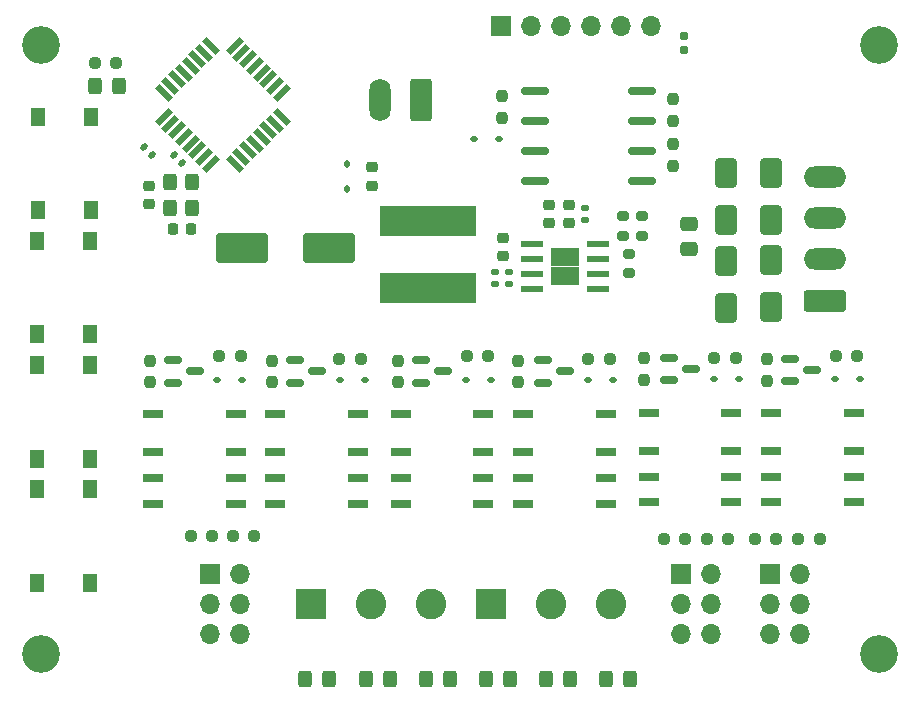
<source format=gbr>
%TF.GenerationSoftware,KiCad,Pcbnew,8.0.2*%
%TF.CreationDate,2024-12-14T13:14:23+01:00*%
%TF.ProjectId,OS-servoDriver_relay,4f532d73-6572-4766-9f44-72697665725f,rev?*%
%TF.SameCoordinates,Original*%
%TF.FileFunction,Soldermask,Top*%
%TF.FilePolarity,Negative*%
%FSLAX46Y46*%
G04 Gerber Fmt 4.6, Leading zero omitted, Abs format (unit mm)*
G04 Created by KiCad (PCBNEW 8.0.2) date 2024-12-14 13:14:23*
%MOMM*%
%LPD*%
G01*
G04 APERTURE LIST*
G04 Aperture macros list*
%AMRoundRect*
0 Rectangle with rounded corners*
0 $1 Rounding radius*
0 $2 $3 $4 $5 $6 $7 $8 $9 X,Y pos of 4 corners*
0 Add a 4 corners polygon primitive as box body*
4,1,4,$2,$3,$4,$5,$6,$7,$8,$9,$2,$3,0*
0 Add four circle primitives for the rounded corners*
1,1,$1+$1,$2,$3*
1,1,$1+$1,$4,$5*
1,1,$1+$1,$6,$7*
1,1,$1+$1,$8,$9*
0 Add four rect primitives between the rounded corners*
20,1,$1+$1,$2,$3,$4,$5,0*
20,1,$1+$1,$4,$5,$6,$7,0*
20,1,$1+$1,$6,$7,$8,$9,0*
20,1,$1+$1,$8,$9,$2,$3,0*%
%AMRotRect*
0 Rectangle, with rotation*
0 The origin of the aperture is its center*
0 $1 length*
0 $2 width*
0 $3 Rotation angle, in degrees counterclockwise*
0 Add horizontal line*
21,1,$1,$2,0,0,$3*%
G04 Aperture macros list end*
%ADD10RoundRect,0.237500X0.237500X-0.250000X0.237500X0.250000X-0.237500X0.250000X-0.237500X-0.250000X0*%
%ADD11RoundRect,0.112500X-0.187500X-0.112500X0.187500X-0.112500X0.187500X0.112500X-0.187500X0.112500X0*%
%ADD12RoundRect,0.225000X0.250000X-0.225000X0.250000X0.225000X-0.250000X0.225000X-0.250000X-0.225000X0*%
%ADD13RoundRect,0.140000X-0.170000X0.140000X-0.170000X-0.140000X0.170000X-0.140000X0.170000X0.140000X0*%
%ADD14RoundRect,0.250000X1.950000X1.000000X-1.950000X1.000000X-1.950000X-1.000000X1.950000X-1.000000X0*%
%ADD15RoundRect,0.250000X0.650000X-1.000000X0.650000X1.000000X-0.650000X1.000000X-0.650000X-1.000000X0*%
%ADD16RoundRect,0.112500X0.187500X0.112500X-0.187500X0.112500X-0.187500X-0.112500X0.187500X-0.112500X0*%
%ADD17R,1.800000X0.800000*%
%ADD18RoundRect,0.250000X-0.650000X1.000000X-0.650000X-1.000000X0.650000X-1.000000X0.650000X1.000000X0*%
%ADD19RoundRect,0.160000X-0.160000X0.197500X-0.160000X-0.197500X0.160000X-0.197500X0.160000X0.197500X0*%
%ADD20RoundRect,0.237500X0.250000X0.237500X-0.250000X0.237500X-0.250000X-0.237500X0.250000X-0.237500X0*%
%ADD21C,3.200000*%
%ADD22R,1.300000X1.550000*%
%ADD23R,1.910000X0.610000*%
%ADD24R,1.205000X1.550000*%
%ADD25R,2.600000X2.600000*%
%ADD26C,2.600000*%
%ADD27RoundRect,0.150000X-0.587500X-0.150000X0.587500X-0.150000X0.587500X0.150000X-0.587500X0.150000X0*%
%ADD28RoundRect,0.112500X-0.112500X0.187500X-0.112500X-0.187500X0.112500X-0.187500X0.112500X0.187500X0*%
%ADD29RoundRect,0.200000X-0.275000X0.200000X-0.275000X-0.200000X0.275000X-0.200000X0.275000X0.200000X0*%
%ADD30RoundRect,0.225000X-0.250000X0.225000X-0.250000X-0.225000X0.250000X-0.225000X0.250000X0.225000X0*%
%ADD31R,1.700000X1.700000*%
%ADD32O,1.700000X1.700000*%
%ADD33R,8.200000X2.600000*%
%ADD34RoundRect,0.162500X-1.012500X-0.162500X1.012500X-0.162500X1.012500X0.162500X-1.012500X0.162500X0*%
%ADD35RoundRect,0.237500X-0.237500X0.250000X-0.237500X-0.250000X0.237500X-0.250000X0.237500X0.250000X0*%
%ADD36RoundRect,0.300000X-0.300000X0.400000X-0.300000X-0.400000X0.300000X-0.400000X0.300000X0.400000X0*%
%ADD37RoundRect,0.140000X0.219203X0.021213X0.021213X0.219203X-0.219203X-0.021213X-0.021213X-0.219203X0*%
%ADD38RoundRect,0.250000X-0.475000X0.337500X-0.475000X-0.337500X0.475000X-0.337500X0.475000X0.337500X0*%
%ADD39RoundRect,0.250000X0.650000X1.550000X-0.650000X1.550000X-0.650000X-1.550000X0.650000X-1.550000X0*%
%ADD40O,1.800000X3.600000*%
%ADD41RotRect,1.600000X0.550000X45.000000*%
%ADD42RotRect,1.600000X0.550000X135.000000*%
%ADD43RoundRect,0.225000X-0.225000X-0.250000X0.225000X-0.250000X0.225000X0.250000X-0.225000X0.250000X0*%
%ADD44RoundRect,0.250000X1.550000X-0.650000X1.550000X0.650000X-1.550000X0.650000X-1.550000X-0.650000X0*%
%ADD45O,3.600000X1.800000*%
%ADD46RoundRect,0.200000X0.275000X-0.200000X0.275000X0.200000X-0.275000X0.200000X-0.275000X-0.200000X0*%
%ADD47RoundRect,0.237500X-0.250000X-0.237500X0.250000X-0.237500X0.250000X0.237500X-0.250000X0.237500X0*%
%ADD48RoundRect,0.250000X0.325000X0.450000X-0.325000X0.450000X-0.325000X-0.450000X0.325000X-0.450000X0*%
G04 APERTURE END LIST*
D10*
%TO.C,R703*%
X183769000Y-134516500D03*
X183769000Y-132691500D03*
%TD*%
D11*
%TO.C,D801*%
X210532000Y-134366000D03*
X212632000Y-134366000D03*
%TD*%
D12*
%TO.C,C901*%
X213614000Y-123838000D03*
X213614000Y-122288000D03*
%TD*%
D13*
%TO.C,C906*%
X220599000Y-119791000D03*
X220599000Y-120751000D03*
%TD*%
D14*
%TO.C,C401*%
X198899000Y-123190000D03*
X191499000Y-123190000D03*
%TD*%
D15*
%TO.C,D1101*%
X236347000Y-120777000D03*
X236347000Y-116777000D03*
%TD*%
D16*
%TO.C,D1001*%
X213267000Y-113919000D03*
X211167000Y-113919000D03*
%TD*%
D12*
%TO.C,C201*%
X183665103Y-119428583D03*
X183665103Y-117878583D03*
%TD*%
D17*
%TO.C,K802*%
X215323646Y-137200000D03*
X215323646Y-140400000D03*
X215323646Y-142600000D03*
X215323646Y-144800000D03*
X222323646Y-144800000D03*
X222323646Y-142600000D03*
X222323646Y-140400000D03*
X222323646Y-137200000D03*
%TD*%
%TO.C,K701*%
X184000000Y-137200000D03*
X184000000Y-140400000D03*
X184000000Y-142600000D03*
X184000000Y-144800000D03*
X191000000Y-144800000D03*
X191000000Y-142600000D03*
X191000000Y-140400000D03*
X191000000Y-137200000D03*
%TD*%
D18*
%TO.C,D1103*%
X236327000Y-124143000D03*
X236327000Y-128143000D03*
%TD*%
D13*
%TO.C,C902*%
X214122000Y-125222000D03*
X214122000Y-126182000D03*
%TD*%
D19*
%TO.C,R202*%
X228981000Y-105193500D03*
X228981000Y-106388500D03*
%TD*%
D10*
%TO.C,R803*%
X204724000Y-134516500D03*
X204724000Y-132691500D03*
%TD*%
D20*
%TO.C,R201*%
X180888000Y-107483000D03*
X179063000Y-107483000D03*
%TD*%
D21*
%TO.C,REF\u002A\u002A*%
X245500000Y-106000000D03*
%TD*%
D22*
%TO.C,SW604*%
X174250000Y-119975000D03*
X174250000Y-112025000D03*
X178750000Y-119975000D03*
X178750000Y-112025000D03*
%TD*%
D23*
%TO.C,U901*%
X216073500Y-122809000D03*
X216073500Y-124079000D03*
X216073500Y-125349000D03*
X216073500Y-126619000D03*
X221633500Y-126619000D03*
X221633500Y-125349000D03*
X221633500Y-124079000D03*
X221633500Y-122809000D03*
D24*
X218251000Y-123939000D03*
X218251000Y-125489000D03*
X219456000Y-123939000D03*
X219456000Y-125489000D03*
%TD*%
D17*
%TO.C,K901*%
X225973646Y-137099000D03*
X225973646Y-140299000D03*
X225973646Y-142499000D03*
X225973646Y-144699000D03*
X232973646Y-144699000D03*
X232973646Y-142499000D03*
X232973646Y-140299000D03*
X232973646Y-137099000D03*
%TD*%
D22*
%TO.C,SW601*%
X174153000Y-151475000D03*
X174153000Y-143525000D03*
X178653000Y-151475000D03*
X178653000Y-143525000D03*
%TD*%
D25*
%TO.C,J103*%
X197358000Y-153289000D03*
D26*
X202438000Y-153289000D03*
X207518000Y-153289000D03*
%TD*%
D27*
%TO.C,Q802*%
X216994500Y-132654000D03*
X216994500Y-134554000D03*
X218869500Y-133604000D03*
%TD*%
D28*
%TO.C,D401*%
X200406000Y-116044000D03*
X200406000Y-118144000D03*
%TD*%
D29*
%TO.C,R901*%
X225425000Y-120460000D03*
X225425000Y-122110000D03*
%TD*%
D30*
%TO.C,C905*%
X217551000Y-119494000D03*
X217551000Y-121044000D03*
%TD*%
D20*
%TO.C,R905*%
X240458000Y-147828000D03*
X238633000Y-147828000D03*
%TD*%
D10*
%TO.C,R704*%
X194056000Y-134516500D03*
X194056000Y-132691500D03*
%TD*%
D31*
%TO.C,J901*%
X236220000Y-150749000D03*
D32*
X238760000Y-150749000D03*
X236220000Y-153289000D03*
X238760000Y-153289000D03*
X236220000Y-155829000D03*
X238760000Y-155829000D03*
%TD*%
D10*
%TO.C,R907*%
X235966000Y-134389500D03*
X235966000Y-132564500D03*
%TD*%
D31*
%TO.C,J701*%
X188849000Y-150749000D03*
D32*
X191389000Y-150749000D03*
X188849000Y-153289000D03*
X191389000Y-153289000D03*
X188849000Y-155829000D03*
X191389000Y-155829000D03*
%TD*%
D33*
%TO.C,L901*%
X207310500Y-126498000D03*
X207310500Y-120898000D03*
%TD*%
D27*
%TO.C,Q901*%
X227711000Y-132466000D03*
X227711000Y-134366000D03*
X229586000Y-133416000D03*
%TD*%
D11*
%TO.C,D701*%
X189450000Y-134366000D03*
X191550000Y-134366000D03*
%TD*%
D34*
%TO.C,U1001*%
X216315657Y-109820343D03*
X216315657Y-112360343D03*
X216315657Y-114900343D03*
X216315657Y-117440343D03*
X225365657Y-117440343D03*
X225365657Y-114900343D03*
X225365657Y-112360343D03*
X225365657Y-109820343D03*
%TD*%
D29*
%TO.C,R902*%
X224282000Y-123635000D03*
X224282000Y-125285000D03*
%TD*%
D21*
%TO.C,REF\u002A\u002A*%
X174500000Y-157500000D03*
%TD*%
D31*
%TO.C,J201*%
X213487000Y-104394000D03*
D32*
X216027000Y-104394000D03*
X218567000Y-104394000D03*
X221107000Y-104394000D03*
X223647000Y-104394000D03*
X226187000Y-104394000D03*
%TD*%
D20*
%TO.C,R802*%
X232711000Y-147828000D03*
X230886000Y-147828000D03*
%TD*%
D11*
%TO.C,D702*%
X199864000Y-134366000D03*
X201964000Y-134366000D03*
%TD*%
D35*
%TO.C,R1001*%
X213517657Y-110281843D03*
X213517657Y-112106843D03*
%TD*%
D17*
%TO.C,K702*%
X194350000Y-137200000D03*
X194350000Y-140400000D03*
X194350000Y-142600000D03*
X194350000Y-144800000D03*
X201350000Y-144800000D03*
X201350000Y-142600000D03*
X201350000Y-140400000D03*
X201350000Y-137200000D03*
%TD*%
D20*
%TO.C,R702*%
X192579000Y-147574000D03*
X190754000Y-147574000D03*
%TD*%
D10*
%TO.C,R906*%
X225600500Y-134328500D03*
X225600500Y-132503500D03*
%TD*%
D36*
%TO.C,Y201*%
X185416103Y-117596583D03*
X185416103Y-119796583D03*
X187316103Y-119796583D03*
X187316103Y-117596583D03*
%TD*%
D37*
%TO.C,C204*%
X183946524Y-115274411D03*
X183267702Y-114595589D03*
%TD*%
D17*
%TO.C,K902*%
X236323646Y-137099000D03*
X236323646Y-140299000D03*
X236323646Y-142499000D03*
X236323646Y-144699000D03*
X243323646Y-144699000D03*
X243323646Y-142499000D03*
X243323646Y-140299000D03*
X243323646Y-137099000D03*
%TD*%
D27*
%TO.C,Q702*%
X196039500Y-132654000D03*
X196039500Y-134554000D03*
X197914500Y-133604000D03*
%TD*%
D22*
%TO.C,SW602*%
X174153000Y-140975000D03*
X174153000Y-133025000D03*
X178653000Y-140975000D03*
X178653000Y-133025000D03*
%TD*%
D13*
%TO.C,C903*%
X212979000Y-125222000D03*
X212979000Y-126182000D03*
%TD*%
D11*
%TO.C,D802*%
X220819000Y-134366000D03*
X222919000Y-134366000D03*
%TD*%
D18*
%TO.C,D1102*%
X232537000Y-116779000D03*
X232537000Y-120779000D03*
%TD*%
D38*
%TO.C,C907*%
X229362000Y-121136500D03*
X229362000Y-123211500D03*
%TD*%
D39*
%TO.C,J102*%
X206700000Y-110628500D03*
D40*
X203200000Y-110628500D03*
%TD*%
D41*
%TO.C,U202*%
X184912000Y-112048888D03*
X185477686Y-112614573D03*
X186043371Y-113180259D03*
X186609056Y-113745944D03*
X187174742Y-114311630D03*
X187740427Y-114877315D03*
X188306113Y-115443000D03*
X188871798Y-116008686D03*
D42*
X190922408Y-116008686D03*
X191488093Y-115443000D03*
X192053779Y-114877315D03*
X192619464Y-114311630D03*
X193185150Y-113745944D03*
X193750835Y-113180259D03*
X194316520Y-112614573D03*
X194882206Y-112048888D03*
D41*
X194882206Y-109998278D03*
X194316520Y-109432593D03*
X193750835Y-108866907D03*
X193185150Y-108301222D03*
X192619464Y-107735536D03*
X192053779Y-107169851D03*
X191488093Y-106604166D03*
X190922408Y-106038480D03*
D42*
X188871798Y-106038480D03*
X188306113Y-106604166D03*
X187740427Y-107169851D03*
X187174742Y-107735536D03*
X186609056Y-108301222D03*
X186043371Y-108866907D03*
X185477686Y-109432593D03*
X184912000Y-109998278D03*
%TD*%
D27*
%TO.C,Q701*%
X185704000Y-132654000D03*
X185704000Y-134554000D03*
X187579000Y-133604000D03*
%TD*%
D43*
%TO.C,C203*%
X185652103Y-121574583D03*
X187202103Y-121574583D03*
%TD*%
D31*
%TO.C,J801*%
X228727000Y-150749000D03*
D32*
X231267000Y-150749000D03*
X228727000Y-153289000D03*
X231267000Y-153289000D03*
X228727000Y-155829000D03*
X231267000Y-155829000D03*
%TD*%
D15*
%TO.C,D1104*%
X232537000Y-128238000D03*
X232537000Y-124238000D03*
%TD*%
D44*
%TO.C,J101*%
X240919000Y-127623000D03*
D45*
X240919000Y-124123000D03*
X240919000Y-120623000D03*
X240919000Y-117123000D03*
%TD*%
D46*
%TO.C,R903*%
X223774000Y-122110000D03*
X223774000Y-120460000D03*
%TD*%
D27*
%TO.C,Q902*%
X237949500Y-132527000D03*
X237949500Y-134427000D03*
X239824500Y-133477000D03*
%TD*%
D47*
%TO.C,R904*%
X234950000Y-147828000D03*
X236775000Y-147828000D03*
%TD*%
D21*
%TO.C,REF\u002A\u002A*%
X245500000Y-157500000D03*
%TD*%
D48*
%TO.C,D201*%
X181111000Y-109474000D03*
X179061000Y-109474000D03*
%TD*%
D47*
%TO.C,R701*%
X187174500Y-147574000D03*
X188999500Y-147574000D03*
%TD*%
D35*
%TO.C,R1003*%
X227995657Y-114345843D03*
X227995657Y-116170843D03*
%TD*%
%TO.C,R1002*%
X227995657Y-110535843D03*
X227995657Y-112360843D03*
%TD*%
D10*
%TO.C,R804*%
X214884000Y-134516500D03*
X214884000Y-132691500D03*
%TD*%
D37*
%TO.C,C202*%
X186427103Y-115986583D03*
X185748281Y-115307761D03*
%TD*%
D11*
%TO.C,D901*%
X231487000Y-134239000D03*
X233587000Y-134239000D03*
%TD*%
D30*
%TO.C,C402*%
X202565000Y-116319000D03*
X202565000Y-117869000D03*
%TD*%
D25*
%TO.C,J104*%
X212598000Y-153289000D03*
D26*
X217678000Y-153289000D03*
X222758000Y-153289000D03*
%TD*%
D47*
%TO.C,R801*%
X227226500Y-147828000D03*
X229051500Y-147828000D03*
%TD*%
D30*
%TO.C,C904*%
X219217000Y-119494000D03*
X219217000Y-121044000D03*
%TD*%
D27*
%TO.C,Q801*%
X206707500Y-132654000D03*
X206707500Y-134554000D03*
X208582500Y-133604000D03*
%TD*%
D17*
%TO.C,K801*%
X204973646Y-137200000D03*
X204973646Y-140400000D03*
X204973646Y-142600000D03*
X204973646Y-144800000D03*
X211973646Y-144800000D03*
X211973646Y-142600000D03*
X211973646Y-140400000D03*
X211973646Y-137200000D03*
%TD*%
D22*
%TO.C,SW603*%
X174153000Y-130475000D03*
X174153000Y-122525000D03*
X178653000Y-130475000D03*
X178653000Y-122525000D03*
%TD*%
D21*
%TO.C,REF\u002A\u002A*%
X174500000Y-106000000D03*
%TD*%
D11*
%TO.C,D902*%
X241774000Y-134239000D03*
X243874000Y-134239000D03*
%TD*%
D20*
%TO.C,R806*%
X243609500Y-132334000D03*
X241784500Y-132334000D03*
%TD*%
%TO.C,R805*%
X233346000Y-132461000D03*
X231521000Y-132461000D03*
%TD*%
%TO.C,R706*%
X222654500Y-132588000D03*
X220829500Y-132588000D03*
%TD*%
%TO.C,R705*%
X212367500Y-132334000D03*
X210542500Y-132334000D03*
%TD*%
%TO.C,R601*%
X191412500Y-132334000D03*
X189587500Y-132334000D03*
%TD*%
D48*
%TO.C,D704*%
X212208000Y-159639000D03*
X214258000Y-159639000D03*
%TD*%
%TO.C,D804*%
X222368000Y-159639000D03*
X224418000Y-159639000D03*
%TD*%
D20*
%TO.C,R602*%
X201572500Y-132588000D03*
X199747500Y-132588000D03*
%TD*%
D48*
%TO.C,D703*%
X207128000Y-159639000D03*
X209178000Y-159639000D03*
%TD*%
%TO.C,D803*%
X217288000Y-159639000D03*
X219338000Y-159639000D03*
%TD*%
%TO.C,D601*%
X196841000Y-159639000D03*
X198891000Y-159639000D03*
%TD*%
%TO.C,D602*%
X202048000Y-159639000D03*
X204098000Y-159639000D03*
%TD*%
M02*

</source>
